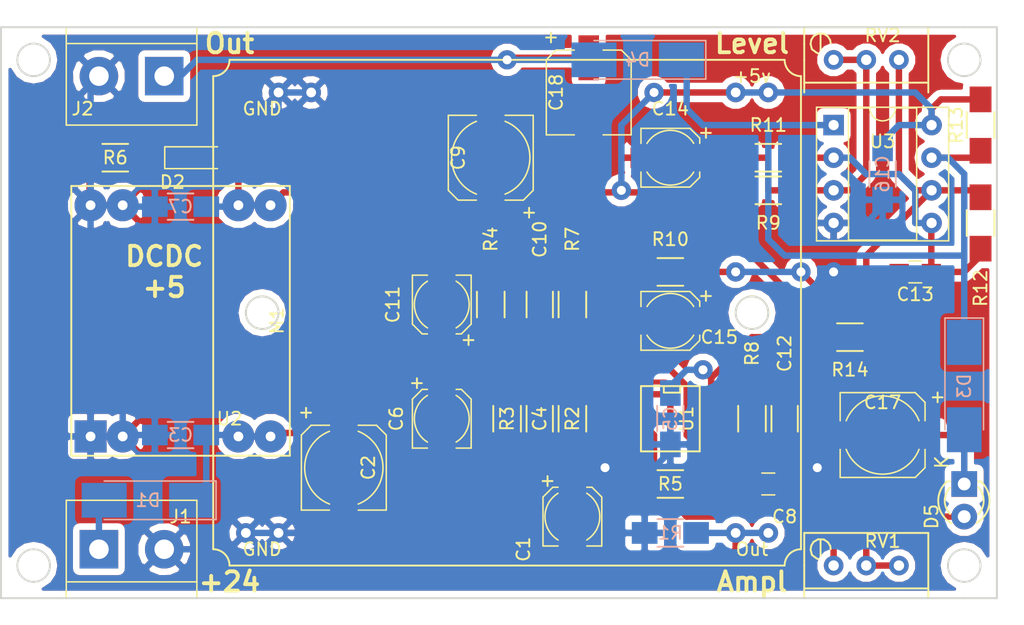
<source format=kicad_pcb>
(kicad_pcb (version 4) (host pcbnew 4.0.5)
  (layers (0 F.Cu signal) (31 B.Cu signal) (34 B.Paste user) (35 F.Paste user) (36 B.SilkS user) (37 F.SilkS user) (38 B.Mask user) (39 F.Mask user) (44 Edge.Cuts user))
  (net 0 "")
  (net 1 "Net-(C1-Pad1)")
  (net 2 "Net-(C1-Pad2)")
  (net 3 "Net-(C2-Pad1)")
  (net 4 GND)
  (net 5 "Net-(C4-Pad1)")
  (net 6 "Net-(C4-Pad2)")
  (net 7 +5V)
  (net 8 "Net-(C6-Pad1)")
  (net 9 "Net-(C12-Pad2)")
  (net 10 "Net-(C8-Pad2)")
  (net 11 "Net-(C10-Pad2)")
  (net 12 "Net-(C12-Pad1)")
  (net 13 "Net-(C13-Pad1)")
  (net 14 "Net-(C14-Pad1)")
  (net 15 "Net-(C15-Pad1)")
  (net 16 "Net-(C17-Pad1)")
  (net 17 "Net-(D1-Pad2)")
  (net 18 "Net-(D2-Pad1)")
  (net 19 "Net-(D3-Pad1)")
  (net 20 "Net-(D5-Pad2)")
  (net 21 "Net-(C18-Pad1)")
  (module dz_lib:HB-100-Radar (layer F.Cu) (at 173.99 93.98)
    (fp_text reference U2 (at -3.81 -8.89) (layer F.SilkS))
    (fp_text value HB-100-Radar)
    (fp_text user Out (at 36.83 1.27) (layer F.SilkS))
    (fp_text user GND (at -1.27 1.27) (layer F.SilkS))
    (fp_text user +5v (at 36.83 -35.56) (layer F.SilkS))
    (fp_text user GND (at -1.27 -33.02) (layer F.SilkS))
    (pad 1 thru_hole circle (at -2.54 0) (size 1.524 1.524) (drill 0.762) (layers *.Cu *.Mask) (net 4 GND))
    (pad 2 thru_hole circle (at 0 0) (size 1.524 1.524) (drill 0.762) (layers *.Cu *.Mask) (net 4 GND))
    (pad 3 thru_hole circle (at 0 -34.29) (size 1.524 1.524) (drill 0.762) (layers *.Cu *.Mask) (net 4 GND))
    (pad 4 thru_hole circle (at 2.54 -34.29) (size 1.524 1.524) (drill 0.762) (layers *.Cu *.Mask) (net 4 GND))
    (pad 5 thru_hole circle (at 35.56 0) (size 1.524 1.524) (drill 0.762) (layers *.Cu *.Mask) (net 2 "Net-(C1-Pad2)"))
    (pad 6 thru_hole circle (at 38.1 0) (size 1.524 1.524) (drill 0.762) (layers *.Cu *.Mask) (net 2 "Net-(C1-Pad2)"))
    (pad 7 thru_hole circle (at 35.56 -34.29) (size 1.524 1.524) (drill 0.762) (layers *.Cu *.Mask) (net 7 +5V))
    (pad 8 thru_hole circle (at 38.1 -34.29) (size 1.524 1.524) (drill 0.762) (layers *.Cu *.Mask) (net 7 +5V))
  )
  (module Capacitors_SMD:CP_Elec_6.3x7.7 (layer F.Cu) (at 190.5 64.77 90)
    (fp_text reference C9 (at 0 -2.54 90) (layer F.SilkS))
    (fp_text value 220,0)
    (fp_text user + (at -4.2799 2.9083 90) (layer F.SilkS))
    (pad 1 smd rect (at -2.7 0 270) (size 3.5 1.6) (layers F.Cu F.Paste F.Mask) (net 7 +5V))
    (pad 2 smd rect (at 2.7 0 270) (size 3.5 1.6) (layers F.Cu F.Paste F.Mask) (net 4 GND))
  )
  (module Capacitors_SMD:C_1206_HandSoldering (layer B.Cu) (at 166.37 86.36 180)
    (fp_text reference C3 (at 0 0 180) (layer B.SilkS) (effects (justify mirror)))
    (fp_text value 0,1 hide)
    (pad 1 smd rect (at -2 0 180) (size 2 1.6) (layers B.Cu B.Paste B.Mask) (net 3 "Net-(C2-Pad1)"))
    (pad 2 smd rect (at 2 0 180) (size 2 1.6) (layers B.Cu B.Paste B.Mask) (net 4 GND))
  )
  (module Capacitors_SMD:C_1206_HandSoldering (layer F.Cu) (at 194.31 85.09 270)
    (fp_text reference C4 (at 0 0 270) (layer F.SilkS))
    (fp_text value 2200 hide)
    (pad 1 smd rect (at -2 0 270) (size 2 1.6) (layers F.Cu F.Paste F.Mask) (net 5 "Net-(C4-Pad1)"))
    (pad 2 smd rect (at 2 0 270) (size 2 1.6) (layers F.Cu F.Paste F.Mask) (net 6 "Net-(C4-Pad2)"))
  )
  (module Capacitors_SMD:C_1206_HandSoldering (layer B.Cu) (at 204.47 85.09 90)
    (fp_text reference C5 (at 0 0 90) (layer B.SilkS) (effects (justify mirror)))
    (fp_text value 0,1 hide)
    (pad 1 smd rect (at -2 0 90) (size 2 1.6) (layers B.Cu B.Paste B.Mask) (net 4 GND))
    (pad 2 smd rect (at 2 0 90) (size 2 1.6) (layers B.Cu B.Paste B.Mask) (net 7 +5V))
  )
  (module Capacitors_SMD:C_1206_HandSoldering (layer B.Cu) (at 166.37 68.58 180)
    (fp_text reference C7 (at 0 0 180) (layer B.SilkS) (effects (justify mirror)))
    (fp_text value 0,1 hide)
    (pad 1 smd rect (at -2 0 180) (size 2 1.6) (layers B.Cu B.Paste B.Mask) (net 7 +5V))
    (pad 2 smd rect (at 2 0 180) (size 2 1.6) (layers B.Cu B.Paste B.Mask) (net 4 GND))
  )
  (module Capacitors_SMD:C_1206_HandSoldering (layer F.Cu) (at 194.31 76.2 270)
    (fp_text reference C10 (at -5.08 0 270) (layer F.SilkS))
    (fp_text value 0,1 hide)
    (pad 1 smd rect (at -2 0 270) (size 2 1.6) (layers F.Cu F.Paste F.Mask) (net 4 GND))
    (pad 2 smd rect (at 2 0 270) (size 2 1.6) (layers F.Cu F.Paste F.Mask) (net 11 "Net-(C10-Pad2)"))
  )
  (module Capacitors_SMD:C_1206_HandSoldering (layer F.Cu) (at 213.36 85.09 270)
    (fp_text reference C12 (at -5.08 0 270) (layer F.SilkS))
    (fp_text value 2200 hide)
    (pad 1 smd rect (at -2 0 270) (size 2 1.6) (layers F.Cu F.Paste F.Mask) (net 12 "Net-(C12-Pad1)"))
    (pad 2 smd rect (at 2 0 270) (size 2 1.6) (layers F.Cu F.Paste F.Mask) (net 9 "Net-(C12-Pad2)"))
  )
  (module Capacitors_SMD:C_1206_HandSoldering (layer B.Cu) (at 220.98 66.04 90)
    (fp_text reference C16 (at 0 0 90) (layer B.SilkS) (effects (justify mirror)))
    (fp_text value 0,1 hide)
    (pad 1 smd rect (at -2 0 90) (size 2 1.6) (layers B.Cu B.Paste B.Mask) (net 4 GND))
    (pad 2 smd rect (at 2 0 90) (size 2 1.6) (layers B.Cu B.Paste B.Mask) (net 7 +5V))
  )
  (module LEDs:LED_1206 (layer F.Cu) (at 167.64 64.77)
    (fp_text reference D2 (at -1.905 1.905) (layer F.SilkS))
    (fp_text value LED hide)
    (pad 2 smd rect (at 1.65 0 180) (size 1.5 1.5) (layers F.Cu F.Paste F.Mask) (net 7 +5V))
    (pad 1 smd rect (at -1.65 0 180) (size 1.5 1.5) (layers F.Cu F.Paste F.Mask) (net 18 "Net-(D2-Pad1)"))
  )
  (module LEDs:LED-3MM (layer F.Cu) (at 227.33 90.17 270)
    (fp_text reference D5 (at 2.54 2.54 270) (layer F.SilkS))
    (fp_text value LED hide)
    (fp_text user K (at -1.69 1.74 270) (layer F.SilkS))
    (pad 1 thru_hole rect (at 0 0) (size 2 2) (drill 1.00076) (layers *.Cu *.Mask) (net 16 "Net-(C17-Pad1)"))
    (pad 2 thru_hole circle (at 2.54 0 270) (size 2 2) (drill 1.00076) (layers *.Cu *.Mask) (net 20 "Net-(D5-Pad2)"))
  )
  (module Resistors_SMD:R_1206_HandSoldering (layer B.Cu) (at 204.47 93.98 180)
    (fp_text reference R1 (at 0 0 180) (layer B.SilkS) (effects (justify mirror)))
    (fp_text value 13k hide)
    (pad 1 smd rect (at -2 0 180) (size 2 1.7) (layers B.Cu B.Paste B.Mask) (net 2 "Net-(C1-Pad2)"))
    (pad 2 smd rect (at 2 0 180) (size 2 1.7) (layers B.Cu B.Paste B.Mask) (net 4 GND))
  )
  (module Resistors_SMD:R_1206_HandSoldering (layer F.Cu) (at 196.85 85.09 270)
    (fp_text reference R2 (at 0 0 270) (layer F.SilkS))
    (fp_text value 1M hide)
    (pad 1 smd rect (at -2 0 270) (size 2 1.7) (layers F.Cu F.Paste F.Mask) (net 5 "Net-(C4-Pad1)"))
    (pad 2 smd rect (at 2 0 270) (size 2 1.7) (layers F.Cu F.Paste F.Mask) (net 6 "Net-(C4-Pad2)"))
  )
  (module Resistors_SMD:R_1206_HandSoldering (layer F.Cu) (at 191.77 85.09 270)
    (fp_text reference R3 (at 0 0 270) (layer F.SilkS))
    (fp_text value 10k hide)
    (pad 1 smd rect (at -2 0 270) (size 2 1.7) (layers F.Cu F.Paste F.Mask) (net 8 "Net-(C6-Pad1)"))
    (pad 2 smd rect (at 2 0 270) (size 2 1.7) (layers F.Cu F.Paste F.Mask) (net 6 "Net-(C4-Pad2)"))
  )
  (module Resistors_SMD:R_1206_HandSoldering (layer F.Cu) (at 190.5 76.2 90)
    (fp_text reference R4 (at 5.08 0 90) (layer F.SilkS))
    (fp_text value 47k hide)
    (pad 1 smd rect (at -2 0 90) (size 2 1.7) (layers F.Cu F.Paste F.Mask) (net 11 "Net-(C10-Pad2)"))
    (pad 2 smd rect (at 2 0 90) (size 2 1.7) (layers F.Cu F.Paste F.Mask) (net 7 +5V))
  )
  (module Resistors_SMD:R_1206_HandSoldering (layer F.Cu) (at 204.47 90.17 180)
    (fp_text reference R5 (at 0 0 180) (layer F.SilkS))
    (fp_text value 200k hide)
    (pad 1 smd rect (at -2 0 180) (size 2 1.7) (layers F.Cu F.Paste F.Mask) (net 11 "Net-(C10-Pad2)"))
    (pad 2 smd rect (at 2 0 180) (size 2 1.7) (layers F.Cu F.Paste F.Mask) (net 1 "Net-(C1-Pad1)"))
  )
  (module Resistors_SMD:R_1206_HandSoldering (layer F.Cu) (at 161.29 64.77)
    (fp_text reference R6 (at 0 0) (layer F.SilkS))
    (fp_text value 2,2k hide)
    (pad 1 smd rect (at -2 0) (size 2 1.7) (layers F.Cu F.Paste F.Mask) (net 4 GND))
    (pad 2 smd rect (at 2 0) (size 2 1.7) (layers F.Cu F.Paste F.Mask) (net 18 "Net-(D2-Pad1)"))
  )
  (module Resistors_SMD:R_1206_HandSoldering (layer F.Cu) (at 196.85 76.2 270)
    (fp_text reference R7 (at -5.08 0 270) (layer F.SilkS))
    (fp_text value 47k hide)
    (pad 1 smd rect (at -2 0 270) (size 2 1.7) (layers F.Cu F.Paste F.Mask) (net 4 GND))
    (pad 2 smd rect (at 2 0 270) (size 2 1.7) (layers F.Cu F.Paste F.Mask) (net 11 "Net-(C10-Pad2)"))
  )
  (module Resistors_SMD:R_1206_HandSoldering (layer F.Cu) (at 210.82 85.09 270)
    (fp_text reference R8 (at -5.08 0 270) (layer F.SilkS))
    (fp_text value 1M hide)
    (pad 1 smd rect (at -2 0 270) (size 2 1.7) (layers F.Cu F.Paste F.Mask) (net 12 "Net-(C12-Pad1)"))
    (pad 2 smd rect (at 2 0 270) (size 2 1.7) (layers F.Cu F.Paste F.Mask) (net 9 "Net-(C12-Pad2)"))
  )
  (module Resistors_SMD:R_1206_HandSoldering (layer F.Cu) (at 212.09 67.31)
    (fp_text reference R9 (at 0 2.54) (layer F.SilkS))
    (fp_text value 4,7k hide)
    (pad 1 smd rect (at -2 0) (size 2 1.7) (layers F.Cu F.Paste F.Mask) (net 7 +5V))
    (pad 2 smd rect (at 2 0) (size 2 1.7) (layers F.Cu F.Paste F.Mask) (net 14 "Net-(C14-Pad1)"))
  )
  (module Resistors_SMD:R_1206_HandSoldering (layer F.Cu) (at 204.47 73.66 180)
    (fp_text reference R10 (at 0 2.54 180) (layer F.SilkS))
    (fp_text value 4,7k hide)
    (pad 1 smd rect (at -2 0 180) (size 2 1.7) (layers F.Cu F.Paste F.Mask) (net 15 "Net-(C15-Pad1)"))
    (pad 2 smd rect (at 2 0 180) (size 2 1.7) (layers F.Cu F.Paste F.Mask) (net 4 GND))
  )
  (module Resistors_SMD:R_1206_HandSoldering (layer F.Cu) (at 212.09 64.77 180)
    (fp_text reference R11 (at 0 2.54 180) (layer F.SilkS))
    (fp_text value 47k hide)
    (pad 1 smd rect (at -2 0 180) (size 2 1.7) (layers F.Cu F.Paste F.Mask) (net 13 "Net-(C13-Pad1)"))
    (pad 2 smd rect (at 2 0 180) (size 2 1.7) (layers F.Cu F.Paste F.Mask) (net 14 "Net-(C14-Pad1)"))
  )
  (module Resistors_SMD:R_1206_HandSoldering (layer F.Cu) (at 228.6 69.85 90)
    (fp_text reference R12 (at -5.08 0 90) (layer F.SilkS))
    (fp_text value 47k hide)
    (pad 1 smd rect (at -2 0 90) (size 2 1.7) (layers F.Cu F.Paste F.Mask) (net 13 "Net-(C13-Pad1)"))
    (pad 2 smd rect (at 2 0 90) (size 2 1.7) (layers F.Cu F.Paste F.Mask) (net 15 "Net-(C15-Pad1)"))
  )
  (module Resistors_SMD:R_1206_HandSoldering (layer F.Cu) (at 228.6 62.23 270)
    (fp_text reference R13 (at 0 1.905 270) (layer F.SilkS))
    (fp_text value 4,7k hide)
    (pad 1 smd rect (at -2 0 270) (size 2 1.7) (layers F.Cu F.Paste F.Mask) (net 7 +5V))
    (pad 2 smd rect (at 2 0 270) (size 2 1.7) (layers F.Cu F.Paste F.Mask) (net 19 "Net-(D3-Pad1)"))
  )
  (module Resistors_SMD:R_1206_HandSoldering (layer F.Cu) (at 218.44 78.74)
    (fp_text reference R14 (at 0 2.54) (layer F.SilkS))
    (fp_text value 1,0k hide)
    (pad 1 smd rect (at -2 0) (size 2 1.7) (layers F.Cu F.Paste F.Mask) (net 7 +5V))
    (pad 2 smd rect (at 2 0) (size 2 1.7) (layers F.Cu F.Paste F.Mask) (net 20 "Net-(D5-Pad2)"))
  )
  (module Diodes_SMD:D_MELF_Handsoldering (layer B.Cu) (at 163.83 91.44 180)
    (fp_text reference D1 (at 0 0 180) (layer B.SilkS) (effects (justify mirror)))
    (fp_text value D)
    (pad 1 smd rect (at -3.4 0 180) (size 3.5 2.7) (layers B.Cu B.Paste B.Mask) (net 3 "Net-(C2-Pad1)"))
    (pad 2 smd rect (at 3.4 0 180) (size 3.5 2.7) (layers B.Cu B.Paste B.Mask) (net 17 "Net-(D1-Pad2)"))
  )
  (module Diodes_SMD:D_MELF_Handsoldering (layer B.Cu) (at 227.33 82.55 270)
    (fp_text reference D3 (at 0 0 270) (layer B.SilkS) (effects (justify mirror)))
    (fp_text value D)
    (pad 1 smd rect (at -3.4 0 270) (size 3.5 2.7) (layers B.Cu B.Paste B.Mask) (net 19 "Net-(D3-Pad1)"))
    (pad 2 smd rect (at 3.4 0 270) (size 3.5 2.7) (layers B.Cu B.Paste B.Mask) (net 16 "Net-(C17-Pad1)"))
  )
  (module Diodes_SMD:D_MELF_Handsoldering (layer B.Cu) (at 201.93 57.15 180)
    (fp_text reference D4 (at 0 0 180) (layer B.SilkS) (effects (justify mirror)))
    (fp_text value D)
    (pad 1 smd rect (at -3.4 0 180) (size 3.5 2.7) (layers B.Cu B.Paste B.Mask) (net 19 "Net-(D3-Pad1)"))
    (pad 2 smd rect (at 3.4 0 180) (size 3.5 2.7) (layers B.Cu B.Paste B.Mask) (net 21 "Net-(C18-Pad1)"))
  )
  (module Capacitors_SMD:CP_Elec_4x5.3 (layer F.Cu) (at 196.85 92.71 270)
    (fp_text reference C1 (at 2.54 3.81 270) (layer F.SilkS))
    (fp_text value 10,0)
    (fp_text user + (at -2.7686 2.0066 270) (layer F.SilkS))
    (pad 1 smd rect (at -1.8 0 90) (size 2.6 1.6) (layers F.Cu F.Paste F.Mask) (net 1 "Net-(C1-Pad1)"))
    (pad 2 smd rect (at 1.8 0 90) (size 2.6 1.6) (layers F.Cu F.Paste F.Mask) (net 2 "Net-(C1-Pad2)"))
  )
  (module Capacitors_SMD:CP_Elec_6.3x5.3 (layer F.Cu) (at 179.07 88.9 270)
    (fp_text reference C2 (at 0 -1.905 270) (layer F.SilkS))
    (fp_text value 47,0)
    (fp_text user + (at -4.2799 3.0099 270) (layer F.SilkS))
    (pad 1 smd rect (at -2.7 0 90) (size 3.5 1.6) (layers F.Cu F.Paste F.Mask) (net 3 "Net-(C2-Pad1)"))
    (pad 2 smd rect (at 2.7 0 90) (size 3.5 1.6) (layers F.Cu F.Paste F.Mask) (net 4 GND))
  )
  (module Capacitors_SMD:CP_Elec_4x5.3 (layer F.Cu) (at 186.69 85.09 270)
    (fp_text reference C6 (at 0 3.5433 270) (layer F.SilkS))
    (fp_text value 10,0)
    (fp_text user + (at -2.7686 2.0066 270) (layer F.SilkS))
    (pad 1 smd rect (at -1.8 0 90) (size 2.6 1.6) (layers F.Cu F.Paste F.Mask) (net 8 "Net-(C6-Pad1)"))
    (pad 2 smd rect (at 1.8 0 90) (size 2.6 1.6) (layers F.Cu F.Paste F.Mask) (net 4 GND))
  )
  (module Capacitors_SMD:CP_Elec_4x5.3 (layer F.Cu) (at 186.69 76.2 90)
    (fp_text reference C11 (at 0 -3.81 90) (layer F.SilkS))
    (fp_text value 10,0)
    (fp_text user + (at -2.7686 2.0066 90) (layer F.SilkS))
    (pad 1 smd rect (at -1.8 0 270) (size 2.6 1.6) (layers F.Cu F.Paste F.Mask) (net 11 "Net-(C10-Pad2)"))
    (pad 2 smd rect (at 1.8 0 270) (size 2.6 1.6) (layers F.Cu F.Paste F.Mask) (net 4 GND))
  )
  (module Capacitors_SMD:CP_Elec_4x5.3 (layer F.Cu) (at 204.47 64.77 180)
    (fp_text reference C14 (at 0 3.81 180) (layer F.SilkS))
    (fp_text value 10,0)
    (fp_text user + (at -2.7686 2.0066 180) (layer F.SilkS))
    (pad 1 smd rect (at -1.8 0) (size 2.6 1.6) (layers F.Cu F.Paste F.Mask) (net 14 "Net-(C14-Pad1)"))
    (pad 2 smd rect (at 1.8 0) (size 2.6 1.6) (layers F.Cu F.Paste F.Mask) (net 4 GND))
  )
  (module Capacitors_SMD:CP_Elec_4x5.3 (layer F.Cu) (at 204.47 77.47 180)
    (fp_text reference C15 (at -3.81 -1.27 180) (layer F.SilkS))
    (fp_text value 10,0)
    (fp_text user + (at -2.7686 2.0066 180) (layer F.SilkS))
    (pad 1 smd rect (at -1.8 0) (size 2.6 1.6) (layers F.Cu F.Paste F.Mask) (net 15 "Net-(C15-Pad1)"))
    (pad 2 smd rect (at 1.8 0) (size 2.6 1.6) (layers F.Cu F.Paste F.Mask) (net 4 GND))
  )
  (module Capacitors_SMD:CP_Elec_6.3x5.3 (layer F.Cu) (at 220.98 86.36 180)
    (fp_text reference C17 (at 0 2.54 180) (layer F.SilkS))
    (fp_text value 100,0)
    (fp_text user + (at -4.2799 3.0099 180) (layer F.SilkS))
    (pad 1 smd rect (at -2.7 0) (size 3.5 1.6) (layers F.Cu F.Paste F.Mask) (net 16 "Net-(C17-Pad1)"))
    (pad 2 smd rect (at 2.7 0) (size 3.5 1.6) (layers F.Cu F.Paste F.Mask) (net 4 GND))
  )
  (module Connectors:bornier2 (layer F.Cu) (at 160.02 95.25)
    (fp_text reference J1 (at 6.35 -2.54) (layer F.SilkS))
    (fp_text value Power)
    (pad 1 thru_hole rect (at 0 0) (size 3 3) (drill 1.52) (layers *.Cu *.Mask) (net 17 "Net-(D1-Pad2)"))
    (pad 2 thru_hole circle (at 5.08 0) (size 3 3) (drill 1.52) (layers *.Cu *.Mask) (net 4 GND))
  )
  (module Connectors:bornier2 (layer F.Cu) (at 165.1 58.42 180)
    (fp_text reference J2 (at 6.35 -2.54 180) (layer F.SilkS))
    (fp_text value Out)
    (pad 1 thru_hole rect (at 0 0 180) (size 3 3) (drill 1.52) (layers *.Cu *.Mask) (net 21 "Net-(C18-Pad1)"))
    (pad 2 thru_hole circle (at 5.08 0 180) (size 3 3) (drill 1.52) (layers *.Cu *.Mask) (net 4 GND))
  )
  (module Potentiometers:Potentiometer_Bourns_3296W_3-8Zoll_Inline_ScrewUp (layer F.Cu) (at 217.17 96.52 270)
    (fp_text reference RV1 (at -1.905 -3.81 360) (layer F.SilkS))
    (fp_text value 47k)
    (pad 2 thru_hole circle (at 0 -2.54 270) (size 1.524 1.524) (drill 0.8128) (layers *.Cu *.Mask) (net 10 "Net-(C8-Pad2)"))
    (pad 3 thru_hole circle (at 0 -5.08 270) (size 1.524 1.524) (drill 0.8128) (layers *.Cu *.Mask) (net 10 "Net-(C8-Pad2)"))
    (pad 1 thru_hole circle (at 0 0 270) (size 1.524 1.524) (drill 0.8128) (layers *.Cu *.Mask) (net 5 "Net-(C4-Pad1)"))
  )
  (module Potentiometers:Potentiometer_Bourns_3296W_3-8Zoll_Inline_ScrewUp (layer F.Cu) (at 217.17 57.15 270)
    (fp_text reference RV2 (at -1.905 -3.81 360) (layer F.SilkS))
    (fp_text value 510)
    (pad 2 thru_hole circle (at 0 -2.54 270) (size 1.524 1.524) (drill 0.8128) (layers *.Cu *.Mask) (net 14 "Net-(C14-Pad1)"))
    (pad 3 thru_hole circle (at 0 -5.08 270) (size 1.524 1.524) (drill 0.8128) (layers *.Cu *.Mask) (net 15 "Net-(C15-Pad1)"))
    (pad 1 thru_hole circle (at 0 0 270) (size 1.524 1.524) (drill 0.8128) (layers *.Cu *.Mask) (net 14 "Net-(C14-Pad1)"))
  )
  (module Capacitors_SMD:CP_Elec_6.3x5.3 (layer F.Cu) (at 198.12 59.69 270)
    (fp_text reference C18 (at 0 2.54 270) (layer F.SilkS))
    (fp_text value 100,0)
    (fp_text user + (at -4.28 3.01 270) (layer F.SilkS))
    (pad 1 smd rect (at -2.7 0 90) (size 3.5 1.6) (layers F.Cu F.Paste F.Mask) (net 21 "Net-(C18-Pad1)"))
    (pad 2 smd rect (at 2.7 0 90) (size 3.5 1.6) (layers F.Cu F.Paste F.Mask) (net 4 GND))
  )
  (module dz_lib:dcdc5v (layer F.Cu) (at 166.37 77.47 90)
    (fp_text reference M1 (at 0 7.5 90) (layer F.SilkS))
    (fp_text value dcdc5v)
    (pad 1 thru_hole rect (at -9 -7 90) (size 2.5 2.5) (drill 0.762) (layers *.Cu *.Mask) (net 4 GND))
    (pad 2 thru_hole circle (at -9 7 90) (size 2.5 2.5) (drill 0.762) (layers *.Cu *.Mask) (net 3 "Net-(C2-Pad1)"))
    (pad 3 thru_hole circle (at 9 7 90) (size 2.5 2.5) (drill 0.762) (layers *.Cu *.Mask) (net 7 +5V))
    (pad 4 thru_hole circle (at 9 -7 90) (size 2.5 2.5) (drill 0.762) (layers *.Cu *.Mask) (net 4 GND))
    (pad 1 thru_hole circle (at -9 -4.5 90) (size 2.5 2.5) (drill 0.762) (layers *.Cu *.Mask) (net 4 GND))
    (pad 2 thru_hole circle (at -9 4.5 90) (size 2.5 2.5) (drill 0.762) (layers *.Cu *.Mask) (net 3 "Net-(C2-Pad1)"))
    (pad 3 thru_hole circle (at 9 4.5 90) (size 2.5 2.5) (drill 0.762) (layers *.Cu *.Mask) (net 7 +5V))
    (pad 4 thru_hole circle (at 9 -4.5 90) (size 2.5 2.5) (drill 0.762) (layers *.Cu *.Mask) (net 4 GND))
  )
  (module SMD_Packages:SOIC-8-N (layer F.Cu) (at 204.47 85.09 270)
    (fp_text reference U1 (at 0 -1.27 270) (layer F.SilkS))
    (fp_text value LM358)
    (pad 8 smd rect (at -1.905 -3.175 270) (size 0.508 1.143) (layers F.Cu F.Paste F.Mask) (net 7 +5V))
    (pad 7 smd rect (at -0.635 -3.175 270) (size 0.508 1.143) (layers F.Cu F.Paste F.Mask) (net 12 "Net-(C12-Pad1)"))
    (pad 6 smd rect (at 0.635 -3.175 270) (size 0.508 1.143) (layers F.Cu F.Paste F.Mask) (net 9 "Net-(C12-Pad2)"))
    (pad 5 smd rect (at 1.905 -3.175 270) (size 0.508 1.143) (layers F.Cu F.Paste F.Mask) (net 11 "Net-(C10-Pad2)"))
    (pad 4 smd rect (at 1.905 3.175 270) (size 0.508 1.143) (layers F.Cu F.Paste F.Mask) (net 4 GND))
    (pad 3 smd rect (at 0.635 3.175 270) (size 0.508 1.143) (layers F.Cu F.Paste F.Mask) (net 1 "Net-(C1-Pad1)"))
    (pad 2 smd rect (at -0.635 3.175 270) (size 0.508 1.143) (layers F.Cu F.Paste F.Mask) (net 6 "Net-(C4-Pad2)"))
    (pad 1 smd rect (at -1.905 3.175 270) (size 0.508 1.143) (layers F.Cu F.Paste F.Mask) (net 5 "Net-(C4-Pad1)"))
  )
  (module Housings_DIP:DIP-8_W7.62mm_Socket (layer F.Cu) (at 217.17 62.23)
    (fp_text reference U3 (at 3.81 1.27) (layer F.SilkS))
    (fp_text value LM2903)
    (pad 1 thru_hole rect (at 0 0) (size 1.6 1.6) (drill 0.8) (layers *.Cu *.Mask) (net 19 "Net-(D3-Pad1)"))
    (pad 5 thru_hole oval (at 7.62 7.62) (size 1.6 1.6) (drill 0.8) (layers *.Cu *.Mask) (net 13 "Net-(C13-Pad1)"))
    (pad 2 thru_hole oval (at 0 2.54) (size 1.6 1.6) (drill 0.8) (layers *.Cu *.Mask) (net 13 "Net-(C13-Pad1)"))
    (pad 6 thru_hole oval (at 7.62 5.08) (size 1.6 1.6) (drill 0.8) (layers *.Cu *.Mask) (net 15 "Net-(C15-Pad1)"))
    (pad 3 thru_hole oval (at 0 5.08) (size 1.6 1.6) (drill 0.8) (layers *.Cu *.Mask) (net 14 "Net-(C14-Pad1)"))
    (pad 7 thru_hole oval (at 7.62 2.54) (size 1.6 1.6) (drill 0.8) (layers *.Cu *.Mask) (net 19 "Net-(D3-Pad1)"))
    (pad 4 thru_hole oval (at 0 7.62) (size 1.6 1.6) (drill 0.8) (layers *.Cu *.Mask) (net 4 GND))
    (pad 8 thru_hole oval (at 7.62 0) (size 1.6 1.6) (drill 0.8) (layers *.Cu *.Mask) (net 7 +5V))
  )
  (module Capacitors_SMD:C_0805_HandSoldering (layer F.Cu) (at 223.52 73.66 180)
    (fp_text reference C13 (at 0 -1.75 180) (layer F.SilkS))
    (fp_text value 10,0)
    (pad 1 smd rect (at -1.25 0 180) (size 1.5 1.25) (layers F.Cu F.Paste F.Mask) (net 13 "Net-(C13-Pad1)"))
    (pad 2 smd rect (at 1.25 0 180) (size 1.5 1.25) (layers F.Cu F.Paste F.Mask) (net 12 "Net-(C12-Pad1)"))
  )
  (module Capacitors_SMD:C_0805_HandSoldering (layer F.Cu) (at 212.09 90.17)
    (fp_text reference C8 (at 1.27 2.54) (layer F.SilkS))
    (fp_text value 10,0)
    (pad 1 smd rect (at -1.25 0) (size 1.5 1.25) (layers F.Cu F.Paste F.Mask) (net 9 "Net-(C12-Pad2)"))
    (pad 2 smd rect (at 1.25 0) (size 1.5 1.25) (layers F.Cu F.Paste F.Mask) (net 10 "Net-(C8-Pad2)"))
  )
  (gr_line (start 152.4 54.61) (end 227.33 54.61) (angle 90) (layer Edge.Cuts) (width 0.15))
  (gr_line (start 227.33 99.06) (end 152.4 99.06) (angle 90) (layer Edge.Cuts) (width 0.15))
  (gr_line (start 152.4 99.06) (end 152.4 54.61) (angle 90) (layer Edge.Cuts) (width 0.15))
  (gr_text "DCDC\n+5" (at 165.1 73.66) (layer F.SilkS) (effects (font (size 1.5 1.5) (thickness 0.3))))
  (gr_text Ampl (at 210.82 97.79) (layer F.SilkS) (effects (font (size 1.5 1.5) (thickness 0.3))))
  (gr_text Level (at 210.82 55.88) (layer F.SilkS) (effects (font (size 1.5 1.5) (thickness 0.3))))
  (gr_text +24 (at 170.18 97.79) (layer F.SilkS) (effects (font (size 1.5 1.5) (thickness 0.3))))
  (gr_text Out (at 170.18 55.88) (layer F.SilkS) (effects (font (size 1.5 1.5) (thickness 0.3))))
  (gr_line (start 229.87 99.06) (end 227.33 99.06) (angle 90) (layer Edge.Cuts) (width 0.15))
  (gr_line (start 229.87 54.61) (end 229.87 99.06) (angle 90) (layer Edge.Cuts) (width 0.15))
  (gr_line (start 227.33 54.61) (end 229.87 54.61) (angle 90) (layer Edge.Cuts) (width 0.15))
  (gr_circle (center 172.72 76.835) (end 173.99 76.835) (layer Edge.Cuts) (width 0.15))
  (gr_circle (center 210.82 76.835) (end 212.09 76.835) (layer Edge.Cuts) (width 0.15))
  (gr_text +5 (at 182.88 69.85) (layer F.Cu) (effects (font (size 1.5 1.5) (thickness 0.3))))
  (gr_circle (center 154.94 96.52) (end 156.21 96.52) (layer Edge.Cuts) (width 0.15))
  (gr_circle (center 154.94 57.15) (end 153.67 57.15) (layer Edge.Cuts) (width 0.15))
  (gr_circle (center 227.33 96.52) (end 228.6 96.52) (layer Edge.Cuts) (width 0.15))
  (gr_circle (center 227.33 57.15) (end 228.6 57.15) (layer Edge.Cuts) (width 0.15))
  (segment (start 196.85 90.91) (end 197.38 90.91) (width 0.5) (layer F.Cu) (net 1))
  (segment (start 197.38 90.91) (end 198.12 90.17) (width 0.5) (layer F.Cu) (net 1))
  (segment (start 198.12 90.17) (end 202.47 90.17) (width 0.5) (layer F.Cu) (net 1))
  (segment (start 201.295 85.725) (end 202.565 85.725) (width 0.5) (layer F.Cu) (net 1))
  (segment (start 203.2 86.36) (end 203.2 89.44) (width 0.5) (layer F.Cu) (net 1))
  (segment (start 202.565 85.725) (end 203.2 86.36) (width 0.5) (layer F.Cu) (net 1))
  (segment (start 203.2 89.44) (end 202.47 90.17) (width 0.5) (layer F.Cu) (net 1))
  (segment (start 209.55 93.98) (end 212.09 93.98) (width 0.5) (layer B.Cu) (net 2))
  (segment (start 206.47 93.98) (end 209.55 93.98) (width 0.5) (layer B.Cu) (net 2))
  (segment (start 196.85 94.51) (end 196.85 95.25) (width 0.5) (layer F.Cu) (net 2))
  (segment (start 196.85 95.25) (end 198.12 96.52) (width 0.5) (layer F.Cu) (net 2))
  (segment (start 198.12 96.52) (end 208.28 96.52) (width 0.5) (layer F.Cu) (net 2))
  (segment (start 208.28 96.52) (end 209.55 95.25) (width 0.5) (layer F.Cu) (net 2))
  (segment (start 209.55 95.25) (end 209.55 93.98) (width 0.5) (layer F.Cu) (net 2))
  (segment (start 179.07 86.2) (end 173.64 86.2) (width 0.5) (layer F.Cu) (net 3))
  (segment (start 173.64 86.2) (end 173.37 86.47) (width 0.5) (layer F.Cu) (net 3))
  (segment (start 173.37 86.47) (end 170.87 86.47) (width 0.5) (layer B.Cu) (net 3))
  (segment (start 170.87 86.47) (end 170.76 86.36) (width 0.5) (layer B.Cu) (net 3))
  (segment (start 170.76 86.36) (end 168.37 86.36) (width 0.5) (layer B.Cu) (net 3))
  (segment (start 167.23 91.44) (end 167.64 91.44) (width 0.5) (layer B.Cu) (net 3))
  (segment (start 167.64 91.44) (end 168.37 90.71) (width 0.5) (layer B.Cu) (net 3))
  (segment (start 168.37 90.71) (end 168.37 86.36) (width 0.5) (layer B.Cu) (net 3))
  (segment (start 173.99 59.69) (end 173.99 60.96) (width 0.5) (layer B.Cu) (net 4))
  (segment (start 159.37 64.15) (end 159.37 68.47) (width 0.5) (layer B.Cu) (net 4))
  (segment (start 161.29 62.23) (end 159.37 64.15) (width 0.5) (layer B.Cu) (net 4))
  (segment (start 172.72 62.23) (end 161.29 62.23) (width 0.5) (layer B.Cu) (net 4))
  (segment (start 173.99 60.96) (end 172.72 62.23) (width 0.5) (layer B.Cu) (net 4))
  (segment (start 159.37 68.47) (end 159.37 59.07) (width 0.5) (layer B.Cu) (net 4))
  (segment (start 159.37 59.07) (end 160.02 58.42) (width 0.5) (layer B.Cu) (net 4))
  (segment (start 202.47 93.98) (end 177.8 93.98) (width 0.5) (layer B.Cu) (net 4))
  (segment (start 161.87 86.47) (end 161.87 84.51) (width 0.5) (layer B.Cu) (net 4))
  (segment (start 161.87 84.51) (end 163.83 82.55) (width 0.5) (layer B.Cu) (net 4))
  (segment (start 163.83 82.55) (end 176.53 82.55) (width 0.5) (layer B.Cu) (net 4))
  (segment (start 176.53 82.55) (end 179.07 85.09) (width 0.5) (layer B.Cu) (net 4))
  (segment (start 179.07 85.09) (end 179.07 92.71) (width 0.5) (layer B.Cu) (net 4))
  (segment (start 179.07 92.71) (end 177.8 93.98) (width 0.5) (layer B.Cu) (net 4))
  (segment (start 177.8 93.98) (end 173.99 93.98) (width 0.5) (layer B.Cu) (net 4))
  (segment (start 165.1 95.25) (end 170.18 95.25) (width 0.5) (layer B.Cu) (net 4))
  (segment (start 170.18 95.25) (end 171.45 93.98) (width 0.5) (layer B.Cu) (net 4))
  (segment (start 179.07 91.6) (end 179.07 93.98) (width 0.5) (layer F.Cu) (net 4))
  (segment (start 190.5 62.07) (end 178.91 62.07) (width 0.5) (layer F.Cu) (net 4))
  (segment (start 178.91 62.07) (end 176.53 59.69) (width 0.5) (layer F.Cu) (net 4))
  (segment (start 198.12 62.39) (end 200.29 62.39) (width 0.5) (layer F.Cu) (net 4))
  (segment (start 200.29 62.39) (end 202.67 64.77) (width 0.5) (layer F.Cu) (net 4))
  (segment (start 190.5 62.07) (end 197.8 62.07) (width 0.5) (layer F.Cu) (net 4))
  (segment (start 197.8 62.07) (end 198.12 62.39) (width 0.5) (layer F.Cu) (net 4))
  (segment (start 159.29 64.77) (end 159.29 68.39) (width 0.5) (layer F.Cu) (net 4))
  (segment (start 159.29 68.39) (end 159.37 68.47) (width 0.5) (layer F.Cu) (net 4))
  (segment (start 159.37 68.47) (end 161.87 68.47) (width 0.5) (layer B.Cu) (net 4))
  (segment (start 161.87 68.47) (end 161.98 68.58) (width 0.5) (layer B.Cu) (net 4))
  (segment (start 161.98 68.58) (end 164.37 68.58) (width 0.5) (layer B.Cu) (net 4))
  (segment (start 159.37 68.47) (end 159.37 86.47) (width 0.5) (layer B.Cu) (net 4))
  (segment (start 159.37 86.47) (end 161.87 86.47) (width 0.5) (layer B.Cu) (net 4))
  (segment (start 161.87 86.47) (end 161.98 86.36) (width 0.5) (layer B.Cu) (net 4))
  (segment (start 161.98 86.36) (end 164.37 86.36) (width 0.5) (layer B.Cu) (net 4))
  (segment (start 215.9 88.9) (end 215.9 74.93) (width 0.5) (layer B.Cu) (net 4))
  (segment (start 217.17 73.66) (end 217.17 69.85) (width 0.5) (layer F.Cu) (net 4))
  (via (at 217.17 73.66) (size 1.5) (drill 0.7) (layers F.Cu B.Cu) (net 4))
  (segment (start 215.9 74.93) (end 217.17 73.66) (width 0.5) (layer B.Cu) (net 4))
  (segment (start 171.45 93.98) (end 173.99 93.98) (width 0.5) (layer B.Cu) (net 4))
  (segment (start 173.99 59.69) (end 176.53 59.69) (width 0.5) (layer B.Cu) (net 4))
  (segment (start 173.99 93.98) (end 179.07 93.98) (width 0.5) (layer F.Cu) (net 4))
  (segment (start 179.07 93.98) (end 185.42 93.98) (width 0.5) (layer F.Cu) (net 4))
  (segment (start 185.42 93.98) (end 186.69 92.71) (width 0.5) (layer F.Cu) (net 4))
  (segment (start 186.69 92.71) (end 186.69 86.89) (width 0.5) (layer F.Cu) (net 4))
  (segment (start 203.2 88.9) (end 215.9 88.9) (width 0.5) (layer B.Cu) (net 4))
  (segment (start 218.44 87.63) (end 218.44 86.52) (width 0.5) (layer F.Cu) (net 4))
  (segment (start 217.17 88.9) (end 218.44 87.63) (width 0.5) (layer F.Cu) (net 4))
  (segment (start 215.9 88.9) (end 217.17 88.9) (width 0.5) (layer F.Cu) (net 4))
  (via (at 215.9 88.9) (size 1.5) (drill 0.7) (layers F.Cu B.Cu) (net 4))
  (segment (start 218.44 86.52) (end 218.28 86.36) (width 0.5) (layer F.Cu) (net 4))
  (segment (start 202.47 93.98) (end 202.47 89.63) (width 0.5) (layer B.Cu) (net 4))
  (segment (start 202.47 89.63) (end 203.2 88.9) (width 0.5) (layer B.Cu) (net 4))
  (segment (start 202.67 77.47) (end 202.67 73.86) (width 0.5) (layer F.Cu) (net 4))
  (segment (start 202.67 73.86) (end 202.47 73.66) (width 0.5) (layer F.Cu) (net 4))
  (segment (start 204.47 87.09) (end 204.47 87.63) (width 0.5) (layer B.Cu) (net 4))
  (segment (start 204.47 87.63) (end 203.2 88.9) (width 0.5) (layer B.Cu) (net 4))
  (segment (start 203.2 88.9) (end 199.39 88.9) (width 0.5) (layer B.Cu) (net 4))
  (via (at 199.39 88.9) (size 1.5) (drill 0.7) (layers F.Cu B.Cu) (net 4))
  (segment (start 217.17 69.85) (end 219.71 69.85) (width 0.5) (layer B.Cu) (net 4))
  (segment (start 219.71 69.85) (end 220.98 68.58) (width 0.5) (layer B.Cu) (net 4))
  (segment (start 220.98 68.58) (end 220.98 68.04) (width 0.5) (layer B.Cu) (net 4))
  (segment (start 201.295 86.995) (end 199.39 88.9) (width 0.5) (layer F.Cu) (net 4))
  (segment (start 187.96 88.9) (end 186.69 87.63) (width 0.5) (layer F.Cu) (net 4))
  (segment (start 199.39 88.9) (end 187.96 88.9) (width 0.5) (layer F.Cu) (net 4))
  (segment (start 186.69 87.63) (end 186.69 86.89) (width 0.5) (layer F.Cu) (net 4))
  (segment (start 201.295 83.185) (end 203.835 83.185) (width 0.5) (layer F.Cu) (net 5))
  (segment (start 217.17 92.71) (end 217.17 96.52) (width 0.5) (layer F.Cu) (net 5))
  (segment (start 215.9 91.44) (end 217.17 92.71) (width 0.5) (layer F.Cu) (net 5))
  (segment (start 209.55 91.44) (end 215.9 91.44) (width 0.5) (layer F.Cu) (net 5))
  (segment (start 208.28 92.71) (end 209.55 91.44) (width 0.5) (layer F.Cu) (net 5))
  (segment (start 205.74 92.71) (end 208.28 92.71) (width 0.5) (layer F.Cu) (net 5))
  (segment (start 204.47 91.44) (end 205.74 92.71) (width 0.5) (layer F.Cu) (net 5))
  (segment (start 204.47 83.82) (end 204.47 91.44) (width 0.5) (layer F.Cu) (net 5))
  (segment (start 203.835 83.185) (end 204.47 83.82) (width 0.5) (layer F.Cu) (net 5))
  (segment (start 194.31 83.09) (end 196.85 83.09) (width 0.5) (layer F.Cu) (net 5))
  (segment (start 201.295 83.185) (end 196.945 83.185) (width 0.5) (layer F.Cu) (net 5))
  (segment (start 196.945 83.185) (end 196.85 83.09) (width 0.5) (layer F.Cu) (net 5))
  (segment (start 194.31 87.09) (end 196.85 87.09) (width 0.5) (layer F.Cu) (net 6))
  (segment (start 191.77 87.09) (end 194.31 87.09) (width 0.5) (layer F.Cu) (net 6))
  (segment (start 201.295 84.455) (end 200.025 84.455) (width 0.5) (layer F.Cu) (net 6))
  (segment (start 200.025 84.455) (end 197.39 87.09) (width 0.5) (layer F.Cu) (net 6))
  (segment (start 197.39 87.09) (end 196.85 87.09) (width 0.5) (layer F.Cu) (net 6))
  (segment (start 209.55 59.69) (end 203.2 59.69) (width 0.5) (layer F.Cu) (net 7))
  (via (at 200.66 67.31) (size 1.5) (drill 0.7) (layers F.Cu B.Cu) (net 7))
  (segment (start 200.66 62.23) (end 200.66 67.31) (width 0.5) (layer B.Cu) (net 7))
  (segment (start 203.2 59.69) (end 200.66 62.23) (width 0.5) (layer B.Cu) (net 7))
  (via (at 203.2 59.69) (size 1.5) (drill 0.7) (layers F.Cu B.Cu) (net 7))
  (segment (start 200.66 67.31) (end 200.66 67.47) (width 0.5) (layer F.Cu) (net 7))
  (segment (start 200.66 67.47) (end 200.66 67.31) (width 0.5) (layer F.Cu) (net 7))
  (segment (start 200.66 67.31) (end 200.66 67.47) (width 0.5) (layer F.Cu) (net 7))
  (segment (start 190.5 67.47) (end 200.66 67.47) (width 0.5) (layer F.Cu) (net 7))
  (segment (start 200.66 67.47) (end 209.93 67.47) (width 0.5) (layer F.Cu) (net 7))
  (segment (start 209.93 67.47) (end 210.09 67.31) (width 0.5) (layer F.Cu) (net 7))
  (segment (start 190.5 74.2) (end 190.5 67.47) (width 0.5) (layer F.Cu) (net 7))
  (segment (start 190.5 67.47) (end 174.37 67.47) (width 0.5) (layer F.Cu) (net 7))
  (segment (start 174.37 67.47) (end 173.37 68.47) (width 0.5) (layer F.Cu) (net 7))
  (segment (start 169.29 64.77) (end 170.18 64.77) (width 0.5) (layer F.Cu) (net 7))
  (segment (start 170.87 65.46) (end 170.87 68.47) (width 0.5) (layer F.Cu) (net 7))
  (segment (start 170.18 64.77) (end 170.87 65.46) (width 0.5) (layer F.Cu) (net 7))
  (segment (start 168.37 68.58) (end 170.76 68.58) (width 0.5) (layer B.Cu) (net 7))
  (segment (start 170.76 68.58) (end 170.87 68.47) (width 0.5) (layer B.Cu) (net 7))
  (segment (start 170.87 68.47) (end 173.37 68.47) (width 0.5) (layer B.Cu) (net 7))
  (segment (start 204.47 83.09) (end 204.47 82.55) (width 0.5) (layer B.Cu) (net 7))
  (segment (start 209.55 59.69) (end 212.09 59.69) (width 0.5) (layer B.Cu) (net 7))
  (segment (start 212.09 59.69) (end 223.52 59.69) (width 0.5) (layer B.Cu) (net 7))
  (segment (start 223.52 59.69) (end 224.79 60.96) (width 0.5) (layer B.Cu) (net 7))
  (segment (start 224.79 60.96) (end 224.79 62.23) (width 0.5) (layer B.Cu) (net 7))
  (segment (start 210.09 67.31) (end 210.09 71.66) (width 0.5) (layer F.Cu) (net 7))
  (segment (start 214.63 76.2) (end 214.63 78.74) (width 0.5) (layer F.Cu) (net 7))
  (segment (start 210.09 71.66) (end 214.63 76.2) (width 0.5) (layer F.Cu) (net 7))
  (segment (start 207.645 83.185) (end 207.645 81.915) (width 0.5) (layer F.Cu) (net 7))
  (segment (start 207.645 81.915) (end 210.82 78.74) (width 0.5) (layer F.Cu) (net 7))
  (segment (start 210.82 78.74) (end 214.63 78.74) (width 0.5) (layer F.Cu) (net 7))
  (segment (start 214.63 78.74) (end 216.44 78.74) (width 0.5) (layer F.Cu) (net 7))
  (segment (start 204.47 82.55) (end 205.74 81.28) (width 0.5) (layer B.Cu) (net 7))
  (segment (start 207.01 81.28) (end 207.645 81.915) (width 0.5) (layer F.Cu) (net 7))
  (via (at 207.01 81.28) (size 1.5) (drill 0.7) (layers F.Cu B.Cu) (net 7))
  (segment (start 205.74 81.28) (end 207.01 81.28) (width 0.5) (layer B.Cu) (net 7))
  (segment (start 224.79 62.23) (end 222.25 62.23) (width 0.5) (layer B.Cu) (net 7))
  (segment (start 222.25 62.23) (end 220.98 63.5) (width 0.5) (layer B.Cu) (net 7))
  (segment (start 220.98 63.5) (end 220.98 64.04) (width 0.5) (layer B.Cu) (net 7))
  (segment (start 228.6 60.23) (end 225.52 60.23) (width 0.5) (layer F.Cu) (net 7))
  (segment (start 225.52 60.23) (end 224.79 60.96) (width 0.5) (layer F.Cu) (net 7))
  (segment (start 224.79 60.96) (end 224.79 62.23) (width 0.5) (layer F.Cu) (net 7))
  (segment (start 191.77 83.09) (end 186.89 83.09) (width 0.5) (layer F.Cu) (net 8))
  (segment (start 186.89 83.09) (end 186.69 83.29) (width 0.5) (layer F.Cu) (net 8))
  (segment (start 210.84 90.17) (end 210.84 87.11) (width 0.5) (layer F.Cu) (net 9))
  (segment (start 210.84 87.11) (end 210.82 87.09) (width 0.5) (layer F.Cu) (net 9))
  (segment (start 210.82 87.09) (end 213.36 87.09) (width 0.5) (layer F.Cu) (net 9))
  (segment (start 207.645 85.725) (end 210.185 85.725) (width 0.5) (layer F.Cu) (net 9))
  (segment (start 210.185 85.725) (end 210.82 86.36) (width 0.5) (layer F.Cu) (net 9))
  (segment (start 210.82 86.36) (end 210.82 87.09) (width 0.5) (layer F.Cu) (net 9))
  (segment (start 219.71 96.52) (end 222.25 96.52) (width 0.5) (layer F.Cu) (net 10))
  (segment (start 219.71 96.52) (end 219.71 91.44) (width 0.5) (layer F.Cu) (net 10))
  (segment (start 219.71 91.44) (end 218.44 90.17) (width 0.5) (layer F.Cu) (net 10))
  (segment (start 218.44 90.17) (end 213.34 90.17) (width 0.5) (layer F.Cu) (net 10))
  (segment (start 190.5 78.2) (end 186.89 78.2) (width 0.5) (layer F.Cu) (net 11))
  (segment (start 186.89 78.2) (end 186.69 78) (width 0.5) (layer F.Cu) (net 11))
  (segment (start 207.645 86.995) (end 206.375 86.995) (width 0.5) (layer F.Cu) (net 11))
  (segment (start 198.66 80.01) (end 196.85 78.2) (width 0.5) (layer F.Cu) (net 11))
  (segment (start 199.39 80.01) (end 198.66 80.01) (width 0.5) (layer F.Cu) (net 11))
  (segment (start 200.66 81.28) (end 199.39 80.01) (width 0.5) (layer F.Cu) (net 11))
  (segment (start 204.47 81.28) (end 200.66 81.28) (width 0.5) (layer F.Cu) (net 11))
  (segment (start 205.74 82.55) (end 204.47 81.28) (width 0.5) (layer F.Cu) (net 11))
  (segment (start 205.74 86.36) (end 205.74 82.55) (width 0.5) (layer F.Cu) (net 11))
  (segment (start 206.375 86.995) (end 205.74 86.36) (width 0.5) (layer F.Cu) (net 11))
  (segment (start 194.31 78.2) (end 196.85 78.2) (width 0.5) (layer F.Cu) (net 11))
  (segment (start 186.69 78) (end 194.11 78) (width 0.5) (layer F.Cu) (net 11))
  (segment (start 194.11 78) (end 194.31 78.2) (width 0.5) (layer F.Cu) (net 11))
  (segment (start 207.645 86.995) (end 207.645 88.995) (width 0.5) (layer F.Cu) (net 11))
  (segment (start 207.645 88.995) (end 206.47 90.17) (width 0.5) (layer F.Cu) (net 11))
  (segment (start 218.44 76.2) (end 220.98 76.2) (width 0.5) (layer F.Cu) (net 12))
  (segment (start 222.27 74.91) (end 222.27 73.66) (width 0.5) (layer F.Cu) (net 12))
  (segment (start 220.98 76.2) (end 222.27 74.91) (width 0.5) (layer F.Cu) (net 12))
  (segment (start 213.36 83.09) (end 216.63 83.09) (width 0.5) (layer F.Cu) (net 12))
  (segment (start 218.44 81.28) (end 218.44 76.2) (width 0.5) (layer F.Cu) (net 12))
  (segment (start 216.63 83.09) (end 218.44 81.28) (width 0.5) (layer F.Cu) (net 12))
  (segment (start 210.82 83.09) (end 213.36 83.09) (width 0.5) (layer F.Cu) (net 12))
  (segment (start 207.645 84.455) (end 210.185 84.455) (width 0.5) (layer F.Cu) (net 12))
  (segment (start 210.185 84.455) (end 210.82 83.82) (width 0.5) (layer F.Cu) (net 12))
  (segment (start 210.82 83.82) (end 210.82 83.09) (width 0.5) (layer F.Cu) (net 12))
  (segment (start 217.17 64.77) (end 218.44 64.77) (width 0.5) (layer B.Cu) (net 13))
  (segment (start 223.52 69.85) (end 224.79 69.85) (width 0.5) (layer B.Cu) (net 13))
  (segment (start 223.52 67.31) (end 223.52 69.85) (width 0.5) (layer B.Cu) (net 13))
  (segment (start 222.25 66.04) (end 223.52 67.31) (width 0.5) (layer B.Cu) (net 13))
  (segment (start 219.71 66.04) (end 222.25 66.04) (width 0.5) (layer B.Cu) (net 13))
  (segment (start 218.44 64.77) (end 219.71 66.04) (width 0.5) (layer B.Cu) (net 13))
  (segment (start 214.09 64.77) (end 217.17 64.77) (width 0.5) (layer F.Cu) (net 13))
  (segment (start 224.77 73.66) (end 227.33 73.66) (width 0.5) (layer F.Cu) (net 13))
  (segment (start 227.33 73.66) (end 228.6 72.39) (width 0.5) (layer F.Cu) (net 13))
  (segment (start 228.6 72.39) (end 228.6 71.85) (width 0.5) (layer F.Cu) (net 13))
  (segment (start 224.77 73.66) (end 224.77 69.87) (width 0.5) (layer F.Cu) (net 13))
  (segment (start 224.77 69.87) (end 224.79 69.85) (width 0.5) (layer F.Cu) (net 13))
  (segment (start 206.27 64.77) (end 210.09 64.77) (width 0.5) (layer F.Cu) (net 14))
  (segment (start 210.09 64.77) (end 212.09 64.77) (width 0.5) (layer F.Cu) (net 14))
  (segment (start 212.09 67.31) (end 214.09 67.31) (width 0.5) (layer F.Cu) (net 14))
  (segment (start 212.09 64.77) (end 212.09 67.31) (width 0.5) (layer F.Cu) (net 14))
  (segment (start 214.09 67.31) (end 217.17 67.31) (width 0.5) (layer F.Cu) (net 14))
  (segment (start 219.71 57.15) (end 219.71 66.04) (width 0.5) (layer F.Cu) (net 14))
  (segment (start 218.44 67.31) (end 217.17 67.31) (width 0.5) (layer F.Cu) (net 14))
  (segment (start 219.71 66.04) (end 218.44 67.31) (width 0.5) (layer F.Cu) (net 14))
  (segment (start 217.17 57.15) (end 219.71 57.15) (width 0.5) (layer F.Cu) (net 14))
  (segment (start 206.47 73.66) (end 209.55 73.66) (width 0.5) (layer F.Cu) (net 15))
  (segment (start 219.71 72.39) (end 224.79 67.31) (width 0.5) (layer F.Cu) (net 15))
  (segment (start 219.71 73.66) (end 219.71 72.39) (width 0.5) (layer F.Cu) (net 15))
  (segment (start 218.44 74.93) (end 219.71 73.66) (width 0.5) (layer F.Cu) (net 15))
  (segment (start 215.9 74.93) (end 218.44 74.93) (width 0.5) (layer F.Cu) (net 15))
  (segment (start 214.63 73.66) (end 215.9 74.93) (width 0.5) (layer F.Cu) (net 15))
  (via (at 214.63 73.66) (size 1.5) (drill 0.7) (layers F.Cu B.Cu) (net 15))
  (segment (start 209.55 73.66) (end 214.63 73.66) (width 0.5) (layer B.Cu) (net 15))
  (via (at 209.55 73.66) (size 1.5) (drill 0.7) (layers F.Cu B.Cu) (net 15))
  (segment (start 224.79 67.31) (end 223.52 67.31) (width 0.5) (layer F.Cu) (net 15))
  (segment (start 222.25 57.15) (end 222.25 66.04) (width 0.5) (layer F.Cu) (net 15))
  (segment (start 222.25 66.04) (end 223.52 67.31) (width 0.5) (layer F.Cu) (net 15))
  (segment (start 206.27 77.47) (end 206.27 73.86) (width 0.5) (layer F.Cu) (net 15))
  (segment (start 206.27 73.86) (end 206.47 73.66) (width 0.5) (layer F.Cu) (net 15))
  (segment (start 224.79 67.31) (end 228.06 67.31) (width 0.5) (layer F.Cu) (net 15))
  (segment (start 228.06 67.31) (end 228.6 67.85) (width 0.5) (layer F.Cu) (net 15))
  (segment (start 227.33 85.95) (end 227.33 90.17) (width 0.5) (layer B.Cu) (net 16))
  (segment (start 227.33 90.17) (end 227.33 87.63) (width 0.5) (layer F.Cu) (net 16))
  (segment (start 226.06 86.36) (end 223.68 86.36) (width 0.5) (layer F.Cu) (net 16))
  (segment (start 227.33 87.63) (end 226.06 86.36) (width 0.5) (layer F.Cu) (net 16))
  (segment (start 160.02 95.25) (end 160.02 91.85) (width 0.5) (layer B.Cu) (net 17))
  (segment (start 160.02 91.85) (end 160.43 91.44) (width 0.5) (layer B.Cu) (net 17))
  (segment (start 163.29 64.77) (end 165.99 64.77) (width 0.5) (layer F.Cu) (net 18))
  (segment (start 212.09 62.23) (end 207.01 62.23) (width 0.5) (layer B.Cu) (net 19))
  (segment (start 205.74 60.96) (end 205.74 57.56) (width 0.5) (layer B.Cu) (net 19))
  (segment (start 207.01 62.23) (end 205.74 60.96) (width 0.5) (layer B.Cu) (net 19))
  (segment (start 205.74 57.56) (end 205.33 57.15) (width 0.5) (layer B.Cu) (net 19))
  (segment (start 227.33 72.39) (end 213.36 72.39) (width 0.5) (layer B.Cu) (net 19))
  (segment (start 212.09 71.12) (end 212.09 62.23) (width 0.5) (layer B.Cu) (net 19))
  (segment (start 213.36 72.39) (end 212.09 71.12) (width 0.5) (layer B.Cu) (net 19))
  (segment (start 217.17 62.23) (end 212.09 62.23) (width 0.5) (layer B.Cu) (net 19))
  (segment (start 227.33 79.15) (end 227.33 72.39) (width 0.5) (layer B.Cu) (net 19))
  (segment (start 227.33 72.39) (end 227.33 66.04) (width 0.5) (layer B.Cu) (net 19))
  (segment (start 226.06 64.77) (end 224.79 64.77) (width 0.5) (layer B.Cu) (net 19))
  (segment (start 227.33 66.04) (end 226.06 64.77) (width 0.5) (layer B.Cu) (net 19))
  (segment (start 224.79 64.77) (end 228.06 64.77) (width 0.5) (layer F.Cu) (net 19))
  (segment (start 228.06 64.77) (end 228.6 64.23) (width 0.5) (layer F.Cu) (net 19))
  (segment (start 227.33 92.71) (end 222.25 92.71) (width 0.5) (layer F.Cu) (net 20))
  (segment (start 220.98 91.44) (end 220.98 79.28) (width 0.5) (layer F.Cu) (net 20))
  (segment (start 222.25 92.71) (end 220.98 91.44) (width 0.5) (layer F.Cu) (net 20))
  (segment (start 220.98 79.28) (end 220.44 78.74) (width 0.5) (layer F.Cu) (net 20))
  (segment (start 165.1 58.42) (end 166.37 58.42) (width 0.5) (layer B.Cu) (net 21))
  (segment (start 166.37 58.42) (end 167.64 57.15) (width 0.5) (layer B.Cu) (net 21))
  (segment (start 167.64 57.15) (end 191.77 57.15) (width 0.5) (layer B.Cu) (net 21))
  (segment (start 198.12 56.99) (end 191.93 56.99) (width 0.5) (layer F.Cu) (net 21))
  (segment (start 191.77 57.15) (end 198.53 57.15) (width 0.5) (layer B.Cu) (net 21))
  (via (at 191.77 57.15) (size 1.5) (drill 0.7) (layers F.Cu B.Cu) (net 21))
  (segment (start 191.93 56.99) (end 191.77 57.15) (width 0.5) (layer F.Cu) (net 21))
  (zone (net 4) (net_name GND) (layer F.Cu) (connect_pads (clearance 0.508)) (min_thickness 0.254) (fill yes (arc_segments 16) (thermal_gap 0.508) (thermal_bridge_width 0.508))
    (polygon (pts (xy 229.87 99.06) (xy 152.4 99.06) (xy 152.4 54.61) (xy 229.87 54.61)))
  )
  (zone (net 4) (net_name GND) (layer B.Cu) (connect_pads (clearance 0.508)) (min_thickness 0.254) (fill yes (arc_segments 16) (thermal_gap 0.508) (thermal_bridge_width 0.508))
    (polygon (pts (xy 229.87 99.06) (xy 152.4 99.06) (xy 152.4 54.61) (xy 229.87 54.61)))
  )
)
</source>
